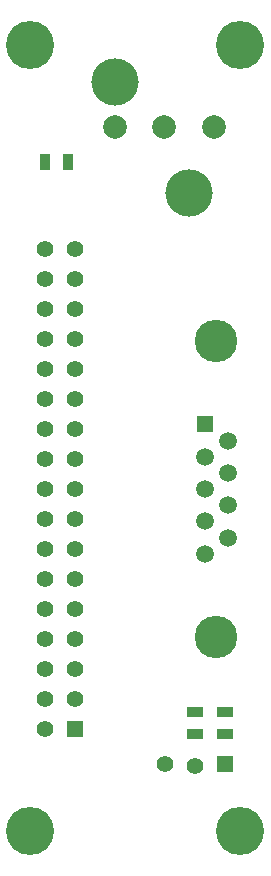
<source format=gts>
G04 (created by PCBNEW (2013-06-11 BZR 4021)-stable) date Wed 16 Apr 2014 12:44:10 AM CDT*
%MOIN*%
G04 Gerber Fmt 3.4, Leading zero omitted, Abs format*
%FSLAX34Y34*%
G01*
G70*
G90*
G04 APERTURE LIST*
%ADD10C,0.00590551*%
%ADD11R,0.055X0.035*%
%ADD12R,0.035X0.055*%
%ADD13C,0.141732*%
%ADD14C,0.0590551*%
%ADD15R,0.0551181X0.0551181*%
%ADD16R,0.055X0.055*%
%ADD17C,0.055*%
%ADD18C,0.16*%
%ADD19C,0.0787402*%
%ADD20C,0.15748*%
G04 APERTURE END LIST*
G54D10*
G54D11*
X34800Y-40725D03*
X34800Y-41475D03*
X33800Y-40725D03*
X33800Y-41475D03*
G54D12*
X28795Y-22380D03*
X29545Y-22380D03*
G54D13*
X34496Y-38221D03*
X34496Y-28378D03*
G54D14*
X34122Y-33300D03*
X34122Y-32221D03*
G54D15*
X34122Y-31142D03*
G54D14*
X34122Y-35457D03*
X34122Y-34378D03*
X34870Y-34918D03*
X34870Y-33839D03*
X34870Y-32760D03*
X34870Y-31681D03*
G54D16*
X34800Y-42476D03*
G54D17*
X33800Y-42524D03*
X32800Y-42476D03*
G54D16*
X29800Y-41300D03*
G54D17*
X28800Y-41300D03*
X29800Y-40300D03*
X28800Y-40300D03*
X29800Y-39300D03*
X28800Y-39300D03*
X29800Y-38300D03*
X28800Y-38300D03*
X29800Y-37300D03*
X28800Y-37300D03*
X29800Y-36300D03*
X28800Y-36300D03*
X29800Y-35300D03*
X28800Y-35300D03*
X29800Y-34300D03*
X28800Y-34300D03*
X29800Y-33300D03*
X28800Y-33300D03*
X29800Y-32300D03*
X28800Y-32300D03*
X29800Y-31300D03*
X28800Y-31300D03*
X29800Y-30300D03*
X28800Y-30300D03*
X29800Y-29300D03*
X28800Y-29300D03*
X29800Y-28300D03*
X28800Y-28300D03*
X29800Y-27300D03*
X28800Y-27300D03*
X29800Y-26300D03*
X28800Y-26300D03*
X29800Y-25300D03*
X28800Y-25300D03*
G54D18*
X28300Y-44700D03*
X28300Y-18500D03*
X35300Y-44700D03*
X35300Y-18500D03*
G54D19*
X34413Y-21230D03*
X32760Y-21230D03*
X31106Y-21230D03*
G54D20*
X31106Y-19714D03*
X33586Y-23415D03*
M02*

</source>
